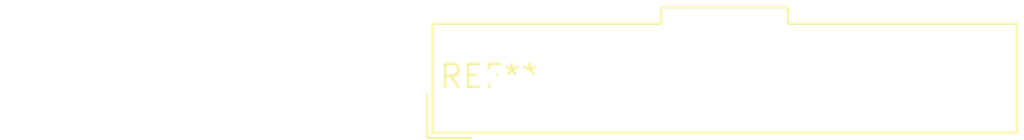
<source format=kicad_pcb>
(kicad_pcb (version 20240108) (generator pcbnew)
  (layers (0 "F.Cu" signal) (31 "B.Cu" signal) (34 "B.Paste" user) (35 "F.Paste" user) (36 "B.SilkS" user "B.Silkscreen") (37 "F.SilkS" user "F.Silkscreen") (38 "B.Mask" user) (39 "F.Mask" user) (44 "Edge.Cuts" user))
  (net 0 "")
  (footprint "Molex_MicroClasp_55932-1410_1x14_P2.00mm_Vertical" (layer "F.Cu") (at 0 0)
    (property "Reference" "REF**")
    (property "Value" "Molex_MicroClasp_55932-1410_1x14_P2.00mm_Vertical")
    (fp_line (start -3.41 1) (end -3.41 3.41) (layer "F.SilkS") (stroke (width 0.12)))
    (fp_line (start -3.41 3.41) (end -1 3.41) (layer "F.SilkS") (stroke (width 0.12)))
    (fp_line (start -3.11 -2.91) (end -3.11 3.11) (layer "F.SilkS") (stroke (width 0.12)))
    (fp_line (start -3.11 3.11) (end 13 3.11) (layer "F.SilkS") (stroke (width 0.12)))
    (fp_line (start 9.5 -3.81) (end 9.5 -2.91) (layer "F.SilkS") (stroke (width 0.12)))
    (fp_line (start 9.5 -2.91) (end -3.11 -2.91) (layer "F.SilkS") (stroke (width 0.12)))
    (fp_line (start 13 -3.81) (end 9.5 -3.81) (layer "F.SilkS") (stroke (width 0.12)))
    (fp_line (start 13 -3.81) (end 16.5 -3.81) (layer "F.SilkS") (stroke (width 0.12)))
    (fp_line (start 16.5 -3.81) (end 16.5 -2.91) (layer "F.SilkS") (stroke (width 0.12)))
    (fp_line (start 16.5 -2.91) (end 29.11 -2.91) (layer "F.SilkS") (stroke (width 0.12)))
    (fp_line (start 29.11 -2.91) (end 29.11 3.11) (layer "F.SilkS") (stroke (width 0.12)))
    (fp_line (start 29.11 3.11) (end 13 3.11) (layer "F.SilkS") (stroke (width 0.12)))
    (pad "" np_thru_hole circle (at 28 -1.9) (size 1.3 1.3) (drill 1.3) (layers *.Cu *.Mask))
    (pad "1" thru_hole roundrect (at 0 0) (size 1.2 1.8) (drill 0.8) (layers *.Cu *.Mask) (remove_unused_layers) (roundrect_rratio 0.208333))
    (pad "2" thru_hole oval (at 2 0) (size 1.2 1.8) (drill 0.8) (layers *.Cu *.Mask) (remove_unused_layers))
    (pad "3" thru_hole oval (at 4 0) (size 1.2 1.8) (drill 0.8) (layers *.Cu *.Mask) (remove_unused_layers))
    (pad "4" thru_hole oval (at 6 0) (size 1.2 1.8) (drill 0.8) (layers *.Cu *.Mask) (remove_unused_layers))
    (pad "5" thru_hole oval (at 8 0) (size 1.2 1.8) (drill 0.8) (layers *.Cu *.Mask) (remove_unused_layers))
    (pad "6" thru_hole oval (at 10 0) (size 1.2 1.8) (drill 0.8) (layers *.Cu *.Mask) (remove_unused_layers))
    (pad "7" thru_hole oval (at 12 0) (size 1.2 1.8) (drill 0.8) (layers *.Cu *.Mask) (remove_unused_layers))
    (pad "8" thru_hole oval (at 14 0) (size 1.2 1.8) (drill 0.8) (layers *.Cu *.Mask) (remove_unused_layers))
    (pad "9" thru_hole oval (at 16 0) (size 1.2 1.8) (drill 0.8) (layers *.Cu *.Mask) (remove_unused_layers))
    (pad "10" thru_hole oval (at 18 0) (size 1.2 1.8) (drill 0.8) (layers *.Cu *.Mask) (remove_unused_layers))
    (pad "11" thru_hole oval (at 20 0) (size 1.2 1.8) (drill 0.8) (layers *.Cu *.Mask) (remove_unused_layers))
    (pad "12" thru_hole oval (at 22 0) (size 1.2 1.8) (drill 0.8) (layers *.Cu *.Mask) (remove_unused_layers))
    (pad "13" thru_hole oval (at 24 0) (size 1.2 1.8) (drill 0.8) (layers *.Cu *.Mask) (remove_unused_layers))
    (pad "14" thru_hole oval (at 26 0) (size 1.2 1.8) (drill 0.8) (layers *.Cu *.Mask) (remove_unused_layers))
  )
)
</source>
